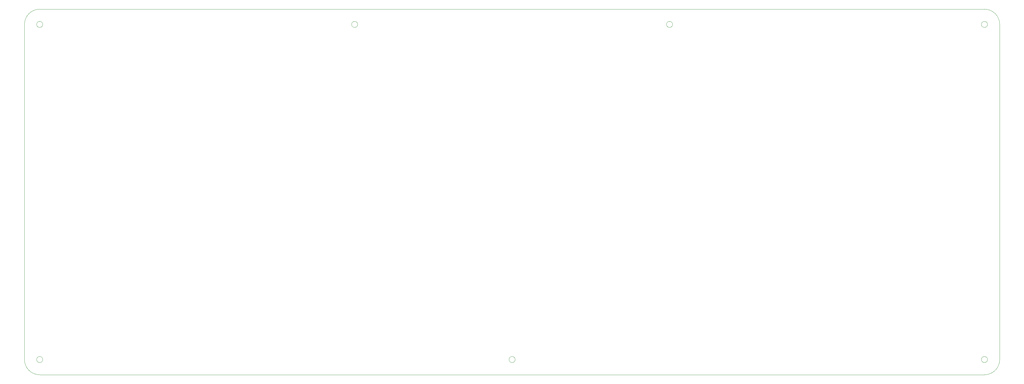
<source format=gm1>
G04 #@! TF.GenerationSoftware,KiCad,Pcbnew,5.1.7*
G04 #@! TF.CreationDate,2020-11-06T08:58:08-05:00*
G04 #@! TF.ProjectId,unix60case,756e6978-3630-4636-9173-652e6b696361,rev?*
G04 #@! TF.SameCoordinates,Original*
G04 #@! TF.FileFunction,Profile,NP*
%FSLAX46Y46*%
G04 Gerber Fmt 4.6, Leading zero omitted, Abs format (unit mm)*
G04 Created by KiCad (PCBNEW 5.1.7) date 2020-11-06 08:58:08*
%MOMM*%
%LPD*%
G01*
G04 APERTURE LIST*
G04 #@! TA.AperFunction,Profile*
%ADD10C,0.050000*%
G04 #@! TD*
G04 APERTURE END LIST*
D10*
X-11906250Y-142875000D02*
X-11906250Y-38100000D01*
X288131250Y-147637500D02*
X-7143750Y-147637500D01*
X-7143750Y-33337500D02*
X288131250Y-33337500D01*
X141446350Y-142875000D02*
G75*
G03*
X141446350Y-142875000I-950000J0D01*
G01*
X-6193750Y-38100000D02*
G75*
G03*
X-6193750Y-38100000I-950000J0D01*
G01*
X-6193750Y-142875000D02*
G75*
G03*
X-6193750Y-142875000I-950000J0D01*
G01*
X292893750Y-142875000D02*
G75*
G02*
X288131250Y-147637500I-4762500J0D01*
G01*
X-7143750Y-147637500D02*
G75*
G02*
X-11906250Y-142875000I0J4762500D01*
G01*
X-11906250Y-38100000D02*
G75*
G02*
X-7143750Y-33337500I4762500J0D01*
G01*
X289081250Y-142875000D02*
G75*
G03*
X289081250Y-142875000I-950000J0D01*
G01*
X289081250Y-38100000D02*
G75*
G03*
X289081250Y-38100000I-950000J0D01*
G01*
X92234650Y-38100000D02*
G75*
G03*
X92234650Y-38100000I-950000J0D01*
G01*
X288131250Y-33337500D02*
G75*
G02*
X292893750Y-38100000I0J-4762500D01*
G01*
X292893750Y-38100000D02*
X292893750Y-142875000D01*
X190657950Y-38100000D02*
G75*
G03*
X190657950Y-38100000I-950000J0D01*
G01*
M02*

</source>
